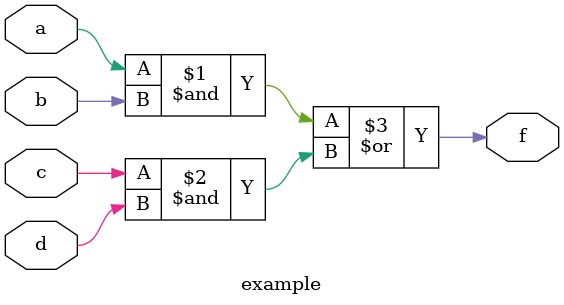
<source format=v>
module example (
    a, b, c, d,
    f );
  input  a, b, c, d;
  output f;
  assign f = (a & b) | (c & d);
endmodule



</source>
